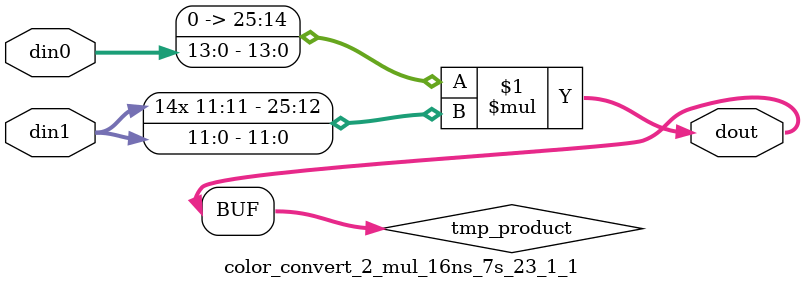
<source format=v>

`timescale 1 ns / 1 ps

  module color_convert_2_mul_16ns_7s_23_1_1(din0, din1, dout);
parameter ID = 1;
parameter NUM_STAGE = 0;
parameter din0_WIDTH = 14;
parameter din1_WIDTH = 12;
parameter dout_WIDTH = 26;

input [din0_WIDTH - 1 : 0] din0; 
input [din1_WIDTH - 1 : 0] din1; 
output [dout_WIDTH - 1 : 0] dout;

wire signed [dout_WIDTH - 1 : 0] tmp_product;











assign tmp_product = $signed({1'b0, din0}) * $signed(din1);










assign dout = tmp_product;







endmodule

</source>
